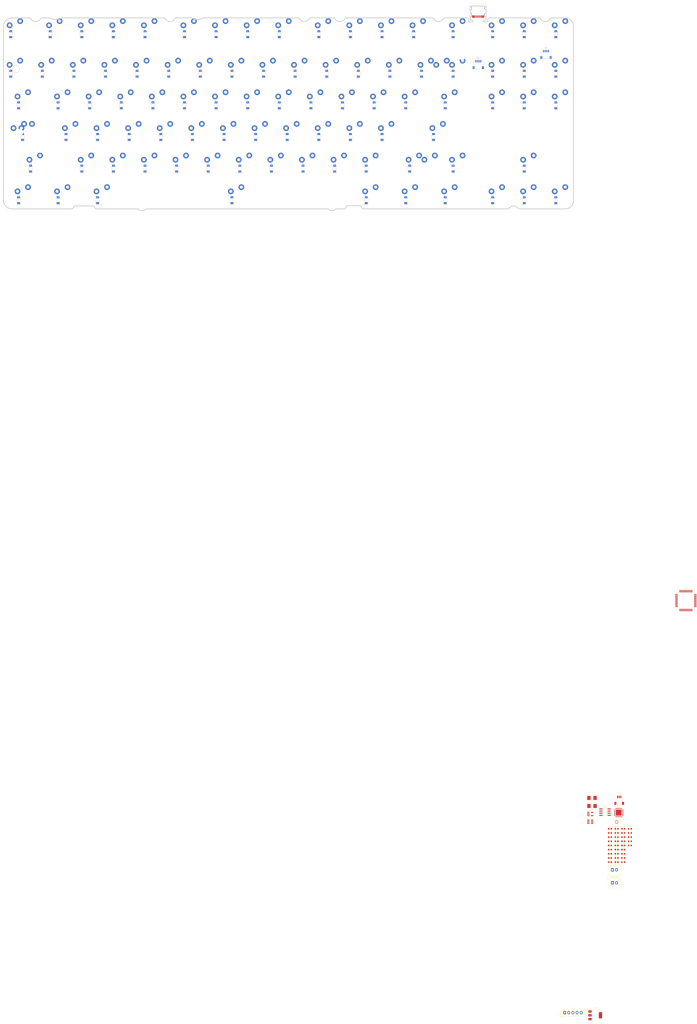
<source format=kicad_pcb>
(kicad_pcb (version 20240706) (generator "pcbnew") (generator_version "8.99")
  (layers (0 "F.Cu" signal) (31 "B.Cu" signal) (34 "B.Paste" user) (35 "F.Paste" user) (36 "B.SilkS" user "B.Silkscreen") (37 "F.SilkS" user "F.Silkscreen") (38 "B.Mask" user) (39 "F.Mask" user) (44 "Edge.Cuts" user))
  (net 0 "")
  (net 1 "+3.3V")
  (net 2 "GND")
  (net 3 "Net-(U2-PH0)")
  (net 4 "Net-(U2-PH1)")
  (net 5 "Net-(U2-VCAP_1)")
  (net 6 "Net-(U2-VCAP_2)")
  (net 7 "Net-(U7-XO)")
  (net 8 "Net-(U7-XI)")
  (net 9 "+5V")
  (net 10 "Net-(C23-Pad1)")
  (net 11 "Net-(U7-VDDA1.8)")
  (net 12 "Net-(D1-A)")
  (net 13 "R1")
  (net 14 "Net-(D2-A)")
  (net 15 "Net-(D3-A)")
  (net 16 "Net-(D4-A)")
  (net 17 "Net-(D5-A)")
  (net 18 "Net-(D6-A)")
  (net 19 "Net-(D7-A)")
  (net 20 "Net-(D8-A)")
  (net 21 "Net-(D9-A)")
  (net 22 "Net-(D10-A)")
  (net 23 "Net-(D11-A)")
  (net 24 "Net-(D12-A)")
  (net 25 "Net-(D13-A)")
  (net 26 "Net-(D14-A)")
  (net 27 "Net-(D15-A)")
  (net 28 "Net-(D16-A)")
  (net 29 "Net-(D17-A)")
  (net 30 "Net-(D18-A)")
  (net 31 "R0")
  (net 32 "Net-(D19-A)")
  (net 33 "Net-(D20-A)")
  (net 34 "Net-(D21-A)")
  (net 35 "Net-(D22-A)")
  (net 36 "Net-(D23-A)")
  (net 37 "R2")
  (net 38 "Net-(D24-A)")
  (net 39 "Net-(D25-A)")
  (net 40 "Net-(D26-A)")
  (net 41 "Net-(D27-A)")
  (net 42 "Net-(D28-A)")
  (net 43 "Net-(D29-A)")
  (net 44 "Net-(D30-A)")
  (net 45 "Net-(D31-A)")
  (net 46 "Net-(D32-A)")
  (net 47 "Net-(D33-A)")
  (net 48 "Net-(D34-A)")
  (net 49 "Net-(D35-A)")
  (net 50 "Net-(D36-A)")
  (net 51 "Net-(D37-A)")
  (net 52 "Net-(D38-A)")
  (net 53 "Net-(D39-A)")
  (net 54 "Net-(D40-A)")
  (net 55 "Net-(D41-A)")
  (net 56 "Net-(D42-A)")
  (net 57 "Net-(D43-A)")
  (net 58 "Net-(D44-A)")
  (net 59 "Net-(D45-A)")
  (net 60 "Net-(D46-A)")
  (net 61 "Net-(D47-A)")
  (net 62 "Net-(D48-A)")
  (net 63 "Net-(D49-A)")
  (net 64 "Net-(D50-A)")
  (net 65 "Net-(D51-A)")
  (net 66 "Net-(D52-A)")
  (net 67 "Net-(D53-A)")
  (net 68 "Net-(D54-A)")
  (net 69 "Net-(D55-A)")
  (net 70 "Net-(D56-A)")
  (net 71 "Net-(D57-A)")
  (net 72 "Net-(D58-A)")
  (net 73 "Net-(D59-A)")
  (net 74 "Net-(D60-A)")
  (net 75 "Net-(D61-A)")
  (net 76 "Net-(D62-A)")
  (net 77 "Net-(D63-A)")
  (net 78 "Net-(D64-A)")
  (net 79 "Net-(D65-A)")
  (net 80 "Net-(D66-A)")
  (net 81 "Net-(D67-A)")
  (net 82 "Net-(D68-A)")
  (net 83 "Net-(D69-A)")
  (net 84 "Net-(D70-A)")
  (net 85 "Net-(D71-A)")
  (net 86 "Net-(D72-A)")
  (net 87 "Net-(D73-A)")
  (net 88 "Net-(D74-A)")
  (net 89 "Net-(D75-A)")
  (net 90 "Net-(D76-A)")
  (net 91 "Net-(D77-A)")
  (net 92 "Net-(D78-A)")
  (net 93 "Net-(D79-A)")
  (net 94 "Net-(D80-A)")
  (net 95 "Net-(D81-A)")
  (net 96 "Net-(D82-A)")
  (net 97 "Net-(D86-A)")
  (net 98 "Net-(D90-A)")
  (net 99 "Net-(D93-A)")
  (net 100 "Net-(D94-A)")
  (net 101 "Net-(D95-A)")
  (net 102 "Net-(D96-A)")
  (net 103 "Net-(D97-A)")
  (net 104 "SWC")
  (net 105 "RST")
  (net 106 "SWD")
  (net 107 "RGB")
  (net 108 "Net-(J4-Pin_3)")
  (net 109 "Net-(J4-Pin_2)")
  (net 110 "Net-(U2-BOOT0)")
  (net 111 "165_CS")
  (net 112 "Net-(J3-CC1)")
  (net 113 "USB_MUX")
  (net 114 "Net-(U7-VBUS)")
  (net 115 "Net-(U7-RBIAS)")
  (net 116 "C0")
  (net 117 "C1")
  (net 118 "C2")
  (net 119 "C3")
  (net 120 "C4")
  (net 121 "C5")
  (net 122 "C6")
  (net 123 "C7")
  (net 124 "C8")
  (net 125 "C9")
  (net 126 "C10")
  (net 127 "C11")
  (net 128 "C12")
  (net 129 "C13")
  (net 130 "C14")
  (net 131 "C15")
  (net 132 "C16")
  (net 133 "C17")
  (net 134 "MISO")
  (net 135 "SR_DOUT")
  (net 143 "DIR")
  (net 144 "MOSI")
  (net 145 "Data4")
  (net 147 "SCK")
  (net 149 "STP")
  (net 151 "Data1")
  (net 154 "Data2")
  (net 156 "Data5")
  (net 158 "NXT")
  (net 160 "Data0")
  (net 165 "Net-(Dled1-A)")
  (net 166 "Data6")
  (net 169 "CLK")
  (net 171 "D+_FS")
  (net 173 "Data7")
  (net 175 "Data3")
  (net 178 "EEPROM")
  (net 180 "D-_FS")
  (net 181 "Net-(U6-D+)")
  (net 182 "Net-(U6-D-)")
  (net 183 "Net-(U6-1D-)")
  (net 184 "Net-(U6-1D+)")
  (footprint "MX_Only:MXOnly-1U_N" (layer "F.Cu") (at 533.95577 -468.763298)
    (property "Reference" "SW35" (hide yes))
    (property "Value" "SW_Push" (hide yes))
  )
  (footprint "Capacitor_SMD:C_0603_1608Metric" (layer "F.Cu") (at 590.52 25.145)
    (property "Reference" "C24")
    (property "Value" "1uF")
  )
  (footprint "Capacitor_SMD:C_0603_1608Metric" (layer "F.Cu") (at 586.51 15.105)
    (property "Reference" "C11")
    (property "Value" "1uF")
  )
  (footprint "MX_Only:MXOnly-1U_N" (layer "F.Cu") (at 443.46827 -425.900798)
    (property "Reference" "SW47" (hide yes))
    (property "Value" "SW_Push" (hide yes))
  )
  (footprint "MX_Only:MXOnly-1U_N" (layer "F.Cu") (at 343.45577 -387.800798)
    (property "Reference" "SW71" (hide yes))
    (property "Value" "SW_Push" (hide yes))
  )
  (footprint "Crystal:Crystal_SMD_5032-2Pin_5.0x3.2mm" (layer "F.Cu") (at 571.66 -1.135)
    (property "Reference" "Y2")
    (property "Value" "24mhz")
  )
  (footprint "MX_Only:MXOnly-1U_N" (layer "F.Cu") (at 391.08077 -406.850798)
    (property "Reference" "SW61" (hide yes))
    (property "Value" "SW_Push" (hide yes))
  )
  (footprint "MX_Only:MXOnly-1U_N" (layer "F.Cu") (at 262.49327 -444.950798)
    (property "Reference" "SW3" (hide yes))
    (property "Value" "SW_Push" (hide yes))
  )
  (footprint "Capacitor_SMD:C_0603_1608Metric" (layer "F.Cu") (at 582.5 25.145)
    (property "Reference" "C6")
    (property "Value" "0.1uF")
  )
  (footprint "MX_Only:MXOnly-1U_N" (layer "F.Cu") (at 452.99327 -444.950798)
    (property "Reference" "SW13" (hide yes))
    (property "Value" "SW_Push" (hide yes))
  )
  (footprint "Capacitor_SMD:C_0603_1608Metric" (layer "F.Cu") (at 586.51 17.615)
    (property "Reference" "C12")
    (property "Value" "0.1uF")
  )
  (footprint "MX_Only:MXOnly-1U_N" (layer "F.Cu") (at 514.90577 -368.750798)
    (property "Reference" "SW95" (hide yes))
    (property "Value" "SW_Push" (hide yes))
  )
  (footprint "MX_Only:MXOnly-2.25U_N" (layer "F.Cu") (at 236.37387 -387.800798)
    (property "Reference" "SW65" (hide yes))
    (property "Value" "SW_Push" (hide yes))
  )
  (footprint "MX_Only:MXOnly-2.75U_N" (layer "F.Cu") (at 474.42477 -387.800798)
    (property "Reference" "SW1000" (hide yes))
    (property "Value" "SW_Push" (hide yes))
  )
  (footprint "MX_Only:MXOnly-1U_N" (layer "F.Cu") (at 553.00577 -444.950798)
    (property "Reference" "SW18" (hide yes))
    (property "Value" "SW_Push" (hide yes))
  )
  (footprint "MX_Only:MXOnly-1U_N" (layer "F.Cu") (at 491.09327 -387.800798)
    (property "Reference" "SW80" (hide yes))
    (property "Value" "SW_Push" (hide yes))
  )
  (footprint "MX_Only:MXOnly-1U_N" (layer "F.Cu") (at 362.50577 -387.800798)
    (property "Reference" "SW72" (hide yes))
    (property "Value" "SW_Push" (hide yes))
  )
  (footprint "MX_Only:MXOnly-2U_N" (layer "F.Cu") (at 481.56827 -444.950798)
    (property "Reference" "SW1001" (hide yes))
    (property "Value" "SW_Push" (hide yes))
  )
  (footprint "MX_Only:MXOnly-1U_N" (layer "F.Cu") (at 281.54327 -444.950798)
    (property "Reference" "SW4" (hide yes))
    (property "Value" "SW_Push" (hide yes))
  )
  (footprint "MX_Only:MXOnly-1U_N" (layer "F.Cu") (at 410.13077 -468.763298)
    (property "Reference" "SW29" (hide yes))
    (property "Value" "SW_Push" (hide yes))
  )
  (footprint "Capacitor_SMD:C_0603_1608Metric" (layer "F.Cu") (at 586.51 20.125)
    (property "Reference" "C13")
    (property "Value" "1uF")
  )
  (footprint "MX_Only:MXOnly-1.5U_N" (layer "F.Cu") (at 229.15627 -368.750798)
    (property "Reference" "SW77" (hide yes))
    (property "Value" "SW_Push" (hide yes))
  )
  (footprint "MX_Only:MXOnly-1U_N" (layer "F.Cu") (at 438.70577 -387.800798)
    (property "Reference" "SW76" (hide yes))
    (property "Value" "SW_Push" (hide yes))
  )
  (footprint "E73:UQFN-10" (layer "F.Cu") (at 586.52 8.485)
    (property "Reference" "U6")
    (property "Value" "TS3USB221RSER")
  )
  (footprint "MX_Only:MXOnly-1U_N" (layer "F.Cu") (at 267.25577 -387.800798)
    (property "Reference" "SW66" (hide yes))
    (property "Value" "SW_Push" (hide yes))
  )
  (footprint "Capacitor_SMD:C_0603_1608Metric" (layer "F.Cu") (at 586.51 12.595)
    (property "Reference" "C10")
    (property "Value" "0.1uF")
  )
  (footprint "MX_Only:MXOnly-1U_N" (layer "F.Cu") (at 424.41827 -425.900798)
    (property "Reference" "SW46" (hide yes))
    (property "Value" "SW_Push" (hide yes))
  )
  (footprint "MX_Only:MXOnly-1.5U_N" (layer "F.Cu") (at 486.33127 -425.900798)
    (property "Reference" "SW50" (hide yes))
    (property "Value" "SW_Push" (hide yes))
  )
  (footprint "Resistor_SMD:R_0603_1608Metric" (layer "F.Cu") (at 590.52 30.165)
    (property "Reference" "R1")
    (property "Value" "10k")
  )
  (footprint "Capacitor_SMD:C_0603_1608Metric" (layer "F.Cu") (at 590.52 15.105)
    (property "Reference" "C20")
    (property "Value" "9pf")
  )
  (footprint "Package_SO:SOIC-8_3.9x4.9mm_P1.27mm" (layer "F.Cu") (at 579.51 2.555)
    (property "Reference" "U3")
    (property "Value" "MB85RS16")
  )
  (footprint "MX_Only:MXOnly-1U_N" (layer "F.Cu") (at 491.09327 -468.763298)
    (property "Reference" "SW33" (hide yes))
    (property "Value" "SW_Push" (hide yes))
  )
  (footprint "MX_Only:MXOnly-1U_N" (layer "F.Cu") (at 367.26827 -468.763298)
    (property "Reference" "SW27" (hide yes))
    (property "Value" "SW_Push" (hide yes))
  )
  (footprint "MX_Only:MXOnly-1U_N" (layer "F.Cu") (at 514.90577 -425.900798)
    (property "Reference" "SW51" (hide yes))
    (property "Value" "SW_Push" (hide yes))
  )
  (footprint "Resistor_SMD:R_0603_1608Metric" (layer "F.Cu") (at 594.53 22.635)
    (property "Reference" "R12")
    (property "Value" "1k")
  )
  (footprint "MX_Only:MXOnly-7U-ReversedStabilizers_N" (layer "F.Cu") (at 357.74327 -368.750798)
    (property "Reference" "SW86" (hide yes))
    (property "Value" "SW_Push" (hide yes))
  )
  (footprint "Capacitor_SMD:C_0603_1608Metric" (layer "F.Cu") (at 590.52 22.635)
    (property "Reference" "C23")
    (property "Value" "1uF")
  )
  (footprint "MX_Only:MXOnly-1.25U_N" (layer "F.Cu") (at 226.77427 -406.850798)
    (property "Reference" "SW1002" (hide yes))
    (property "Value" "SW_Push" (hide yes))
  )
  (footprint "MX_Only:MXOnly-1U_N" (layer "F.Cu") (at 357.74327 -444.950798)
    (property "Reference" "SW8" (hide yes))
    (property "Value" "SW_Push" (hide yes))
  )
  (footprint "Package_DFN_QFN:QFN-32-1EP_5x5mm_P0.5mm_EP3.45x3.45mm" (layer "F.Cu") (at 587.79 2.855)
    (property "Reference" "U7")
    (property "Value" "USB3300-EZK")
  )
  (footprint "MX_Only:MXOnly-1U_N" (layer "F.Cu") (at 305.35577 -387.800798)
    (property "Reference" "SW69" (hide yes))
    (property "Value" "SW_Push" (hide yes))
  )
  (footprint "MX_Only:MXOnly-1U_N" (layer "F.Cu") (at 348.21827 -468.763298)
    (property "Reference" "SW26" (hide yes))
    (property "Value" "SW_Push" (hide yes))
  )
  (footprint "Capacitor_SMD:C_0603_1608Metric" (layer "F.Cu") (at 586.51 30.165)
    (property "Reference" "C17")
    (property "Value" "2.2uF")
  )
  (footprint "MX_Only:MXOnly-1U_N" (layer "F.Cu") (at 310.11827 -425.900798)
    (property "Reference" "SW40" (hide yes))
    (property "Value" "SW_Push" (hide yes))
  )
  (footprint "MX_Only:MXOnly-1.75U_N" (layer "F.Cu") (at 464.89977 -387.800798)
    (property "Reference" "SW79" (hide yes))
    (property "Value" "SW_Push" (hide yes))
  )
  (footprint "Package_QFP:LQFP-64_10x10mm_P0.5mm" (layer "F.Cu") (at 628.26 -124.83)
    (property "Reference" "U2")
    (property "Value" "STM32F405RGTx")
  )
  (footprint "Capacitor_SMD:C_0603_1608Metric" (layer "F.Cu") (at 582.5 27.655)
    (property "Reference" "C7")
    (property "Value" "1uF")
  )
  (footprint "Connector_JST:JST_XH_B2B-XH-A_1x02_P2.50mm_Vertical" (layer "F.Cu") (at 583.97 37.305)
    (property "Reference" "SWboot1")
    (property "Value" "SW_Push")
  )
  (footprint "Package_TO_SOT_SMD:SOT-223-3_TabPin2" (layer "F.Cu") (at 573.61 124.91)
    (property "Reference" "U4")
    (property "Value" "AMS1117")
  )
  (footprint "MX_Only:MXOnly-1U_N" (layer "F.Cu") (at 272.01827 -425.900798)
    (property "Reference" "SW38" (hide yes))
    (property "Value" "SW_Push" (hide yes))
  )
  (footprint "MX_Only:MXOnly-1U_N" (layer "F.Cu") (at 329.16827 -425.900798)
    (property "Reference" "SW41" (hide yes))
    (property "Value" "SW_Push" (hide yes))
  )
  (footprint "MX_Only:MXOnly-1U_N" (layer "F.Cu") (at 533.95577 -387.800798)
    (property "Reference" "SW82" (hide yes))
    (property "Value" "SW_Push" (hide yes))
  )
  (footprint "MX_Only:MXOnly-1U_N" (layer "F.Cu") (at 514.90577 -444.950798)
    (property "Reference" "SW16" (hide yes))
    (property "Value" "SW_Push" (hide yes))
  )
  (footprint "MX_Only:MXOnly-1U_N" (layer "F.Cu") (at 276.78077 -406.850798)
    (property "Reference" "SW55" (hide yes))
    (property "Value" "SW_Push" (hide yes))
  )
  (footprint "MX_Only:MXOnly-1U_N" (layer "F.Cu") (at 405.36827 -425.900798)
    (property "Reference" "SW45" (hide yes))
    (property "Value" "SW_Push" (hide yes))
  )
  (footprint "MX_Only:MXOnly-1U_N" (layer "F.Cu") (at 448.23077 -468.763298)
    (property "Reference" "SW31" (hide yes))
    (property "Value" "SW_Push" (hide yes))
  )
  (footprint "MX_Only:MXOnly-1U_N" (layer "F.Cu") (at 291.06827 -425.900798)
    (property "Reference" "SW39" (hide yes))
    (property "Value" "SW_Push" (hide yes))
  )
  (footprint "MX_Only:MXOnly-1U_N" (layer "F.Cu") (at 429.18077 -406.850798)
    (property "Reference" "SW63" (hide yes))
    (property "Value" "SW_Push" (hide yes))
  )
  (footprint "MX_Only:MXOnly-1U_N" (layer "F.Cu") (at 386.31827 -468.763298)
    (property "Reference" "SW28" (hide yes))
    (property "Value" "SW_Push" (hide yes))
  )
  (footprint "MX_Only:MXOnly-1U_N" (layer "F.Cu") (at 224.39327 -444.950798)
    (property "Reference" "SW1" (hide yes))
    (property "Value" "SW_Push" (hide yes))
  )
  (footprint "MX_Only:MXOnly-1U_N" (layer "F.Cu") (at 252.96827 -425.900798)
    (property "Reference" "SW37" (hide yes))
    (property "Value" "SW_Push" (hide yes))
  )
  (footprint "MX_Only:MXOnly-1U_N" (layer "F.Cu") (at 286.30577 -387.800798)
    (property "Reference" "SW68" (hide yes))
    (property "Value" "SW_Push" (hide yes))
  )
  (footprint "MX_Only:MXOnly-1.5U_N" (layer "F.Cu") (at 229.15627 -425.900798)
    (property "Reference" "SW24" (hide yes))
    (property "Value" "SW_Push" (hide yes))
  )
  (footprint "MX_Only:MXOnly-1U_N" (layer "F.Cu") (at 376.79327 -444.950798)
    (property "Reference" "SW9" (hide yes))
    (property "Value" "SW_Push" (hide yes))
  )
  (footprint "MX_Only:MXOnly-1.75U_N" (layer "F.Cu") (at 231.53727 -406.850798)
    (property "Reference" "SW49" (hide yes))
    (property "Value" "SW_Push" (hide yes))
  )
  (footprint "MX_Only:MXOnly-1U_N" (layer "F.Cu") (at 400.60577 -387.800798)
    (property "Reference" "SW74" (hide yes))
    (property "Value" "SW_Push" (hide yes))
  )
  (footprint "MX_Only:MXOnly-1U_N" (layer "F.Cu") (at 448.23077 -406.850798)
    (property "Reference" "SW64" (hide yes))
    (property "Value" "SW_Push" (hide yes))
  )
  (footprint "MX_Only:MXOnly-1U_N" (layer "F.Cu") (at 305.35577 -468.763298)
    (property "Reference" "SW23" (hide yes))
    (property "Value" "SW_Push" (hide yes))
  )
  (footprint "MX_Only:MXOnly-1U_N" (layer "F.Cu") (at 395.84327 -444.950798)
    (property "Reference" "SW10" (hide yes))
    (property "Value" "SW_Push" (hide yes))
  )
  (footprint "Capacitor_SMD:C_0603_1608Metric" (layer "F.Cu") (at 582.5 15.105)
    (property "Reference" "C2")
    (property "Value" "0.1uF")
  )
  (footprint "Capacitor_SMD:C_0603_1608Metric" (layer "F.Cu") (at 582.5 17.615)
    (property "Reference" "C3")
    (property "Value" "0.1uF")
  )
  (footprint "MX_Only:MXOnly-1U_N" (layer "F.Cu") (at 533.95577 -444.950798)
    (property "Reference" "SW17" (hide yes))
    (property "Value" "SW_Push" (hide yes))
  )
  (footprint "MX_Only:MXOnly-1U_N" (layer "F.Cu") (at 553.00577 -368.750798)
    (property "Reference" "SW97" (hide yes))
    (property "Value" "SW_Push" (hide yes))
  )
  (footprint "MX_Only:MXOnly-1U_N" (layer "F.Cu") (at 462.51827 -425.900798)
    (property "Reference" "SW48" (hide yes))
    (property "Value" "SW_Push" (hide yes))
  )
  (footprint "MX_Only:MXOnly-1U_N" (layer "F.Cu") (at 348.21827 -425.900798)
    (property "Reference" "SW42" (hide yes))
    (property "Value" "SW_Push" (hide yes))
  )
  (footprint "Resistor_SMD:R_0603_1608Metric" (layer "F.Cu") (at 594.53 15.105)
    (property "Reference" "R9")
    (property "Value" "10k")
  )
  (footprint "Capacitor_SMD:C_0603_1608Metric" (layer "F.Cu") (at 582.5 12.595)
    (property "Reference" "C1")
    (property "Value" "0.1uF")
  )
  (footprint "MX_Only:MXOnly-1U_N" (layer "F.Cu") (at 433.94327 -444.950798)
    (property "Reference" "SW12" (hide yes))
    (property "Value" "SW_Push" (hide yes))
  )
  (footprint "MX_Only:MXOnly-1U_N" (layer "F.Cu") (at 324.40577 -387.800798)
    (property "Reference" "SW70" (hide yes))
    (property "Value" "SW_Push" (hide yes))
  )
  (footprint "MX_Only:MXOnly-1U_N" (layer "F.Cu") (at 314.88077 -406.850798)
    (property "Reference" "SW57" (hide yes))
    (property "Value" "SW_Push" (hide yes))
  )
  (footprint "Resistor_SMD:R_0603_1608Metric" (layer "F.Cu") (at 594.53 17.615)
    (property "Reference" "R10")
    (property "Value" "1k")
  )
  (footprint "MX_Only:MXOnly-1U_N" (layer "F.Cu") (at 267.25577 -468.763298)
    (property "Reference" "SW21" (hide yes))
    (property "Value" "SW_Push" (hide yes))
  )
  (footprint "MX_Only:MXOnly-1U_N" (layer "F.Cu") (at 533.95577 -368.750798)
    (property "Reference" "SW96" (hide yes))
    (property "Value" "SW_Push" (hide yes))
  )
  (footprint "MX_Only:MXOnly-1U_N" (layer "F.Cu") (at 248.20577 -468.763298)
    (property "Reference" "SW20" (hide yes))
    (property "Value" "SW_Push" (hide yes))
  )
  (footprint "MX_Only:MXOnly-1U_N" (layer "F.Cu") (at 329.16827 -468.763298)
    (property "Reference" "SW25" (hide yes))
    (property "Value" "SW_Push" (hide yes))
  )
  (footprint "MX_Only:MXOnly-1U_N" (layer "F.Cu") (at 467.28077 -468.763298)
    (property "Reference" "SW32" (hide yes))
    (property "Value" "SW_Push" (hide yes))
  )
  (footprint "Package_TO_SOT_SMD:SOT-23-6" (layer "F.Cu") (at 570.61 8.315)
    (property "Reference" "U5")
    (property "Value" "USBLC6-2SC6")
  )
  (footprint "Crystal:Crystal_SMD_5032-2Pin_5.0x3.2mm" (layer "F.Cu") (at 571.66 -5.985)
    (property "Reference" "Y1")
    (property "Value" "12mhz")
  )
  (footprint "MX_Only:MXOnly-2.25U_N" (layer "F.Cu") (at 479.26137 -406.850798)
    (property "Reference" "SW67" (hide yes))
    (property "Value" "SW_Push" (hide yes))
  )
  (footprint "Capacitor_SMD:C_0603_1608Metric" (layer "F.Cu") (at 590.52 20.125)
    (property "Reference" "C22")
    (property "Value" "1uF")
  )
  (footprint "MX_Only:MXOnly-1U_N" (layer "F.Cu") (at 224.39327 -468.763298)
    (property "Reference" "SW19" (hide yes))
    (property "Value" "SW_Push" (hide yes))
  )
  (footprint "Connector_USB:USB_C_Receptacle_HRO_TYPE-C-31-M-12" (layer "F.Cu") (at 503 -480.6 180)
    (property "Reference" "J3" (hide yes))
    (property "Value" "USB_C_Receptacle_USB2.0_14P")
  )
  (footprint "Capacitor_SMD:C_0603_1608Metric" (layer "F.Cu") (at 590.52 27.655)
    (property "Reference" "C25")
    (property "Value" "1uF")
  )
  (footprint "MX_Only:MXOnly-1U_N" (layer "F.Cu") (at 381.55577 -387.800798)
    (property "Reference" "SW73" (hide yes))
    (property "Value" "SW_Push" (hide yes))
  )
  (footprint "MX_Only:MXOnly-1U_N" (layer "F.Cu") (at 410.13077 -406.850798)
    (property "Reference" "SW62" (hide yes))
    (property "Value" "SW_Push" (hide yes))
  )
  (footprint "MX_Only:MXOnly-1U_N" (layer "F.Cu") (at 419.65577 -387.800798)
    (property "Reference" "SW75" (hide yes))
    (property "Value" "SW_Push" (hide yes))
  )
  (footprint "MX_Only:MXOnly-1U_N" (layer "F.Cu") (at 352.98077 -406.850798)
    (property "Reference" "SW59" (hide yes))
    (property "Value" "SW_Push" (hide yes))
  )
  (footprint "MX_Only:MXOnly-1U_N" (layer "F.Cu") (at 533.95577 -425.900798)
    (property "Reference" "SW52" (hide yes))
    (property "Value" "SW_Push" (hide yes))
  )
  (footprint "MX_Only:MXOnly-1U_N" (layer "F.Cu") (at 295.83077 -406.850798)
    (property "Reference" "SW56" (hide yes))
    (property "Value" "SW_Push" (hide yes))
  )
  (footprint "MX_Only:MXOnly-1.5U_N" (layer "F.Cu") (at 276.78127 -368.750798)
    (property "Reference" "SW81" (hide yes))
    (property "Value" "SW_Push" (hide yes))
  )
  (footprint "Capacitor_SMD:C_0603_1608Metric" (layer "F.Cu") (at 586.51 27.655)
    (property "Reference" "C16")
    (property "Value" "2.2uF")
  )
  (footprint "Capacitor_SMD:C_0603_1608Metric" (layer "F.Cu") (at 586.51 25.145)
    (property "Reference" "C15")
    (property "Value" "9pf")
  )
  (footprint "MX_Only:MXOnly-1U_N" (layer "F.Cu") (at 386.31827 -425.900798)
    (property "Reference" "SW44" (hide yes))
    (property "Value" "SW_Push" (hide yes))
  )
  (footprint "MX_Only:MXOnly-1U_N" (layer "F.Cu") (at 414.89327 -444.950798)
    (property "Reference" "SW11" (hide yes))
    (property "Value" "SW_Push" (hide yes))
  )
  (footprint "Connector_JST:JST_XH_B2B-XH-A_1x02_P2.50mm_Vertical" (layer "F.Cu") (at 583.97 45.105)
    (property "Reference" "SWboot2")
    (property "Value" "SW_Push")
  )
  (footprint "MX_Only:MXOnly-1U_N" (layer "F.Cu") (at 333.93077 -406.850798)
    (property "Reference" "SW58" (hide yes))
    (property "Value" "SW_Push" (hide yes))
  )
  (footprint "MX_Only:MXOnly-1U_N" (layer "F.Cu") (at 286.30577 -468.763298)
    (property "Reference" "SW22" (hide yes))
    (property "Value" "SW_Push" (hide yes))
  )
  (footprint "Resistor_SMD:R_0603_1608Metric" (layer "F.Cu") (at 590.52 32.675)
    (property "Reference" "R2")
    (property "Value" "10k")
  )
  (footprint "MX_Only:MXOnly-1U_N" (layer "F.Cu") (at 338.69327 -444.950798)
    (property "Reference" "SW7" (hide yes))
    (property "Value" "SW_Push" (hide yes))
  )
  (footprint "Capacitor_SMD:C_0603_1608Metric" (layer "F.Cu") (at 590.52 17.615)
    (property "Reference" "C21")
    (property "Value" "9pf")
  )
  (footprint "MX_Only:MXOnly-1U_N" (layer "F.Cu") (at 553.00577 -468.763298)
    (property "Reference" "SW36" (hide yes))
    (property "Value" "SW_Push" (hide yes))
  )
  (footprint "MX_Only:MXOnly-1U_N" (layer "F.Cu") (at 243.44327 -444.950798)
    (property "Reference" "SW2" (hide yes))
    (property "Value" "SW_Push" (hide yes))
  )
  (footprint "Connector_JST:JST_EH_B5B-EH-A_1x05_P2.50mm_Vertical" (layer "F.Cu") (at 555.16 123.335)
    (property "Reference" "J1")
    (property "Value" "Conn_01x05_Pin")
  )
  (footprint "MX_Only:MXOnly-1U_N" (layer "F.Cu") (at 300.59327 -444.950798)
    (property "Reference" "SW5" (hide yes))
    (property "Value" "SW_Push" (hide yes))
  )
  (footprint "MX_Only:MXOnly-1.5U_N" (layer "F.Cu") (at 486.33127 -368.750798)
    (property "Reference" "SW94" (hide yes))
    (property "Value" "SW_Push" (hide yes))
  )
  (footprint "MX_Only:MXOnly-1U_N" (layer "F.Cu") (at 491.09327 -444.950798)
    (property "Reference" "SW15" (hide yes))
    (property "Value" "SW_Push" (hide yes))
  )
  (footprint "Capacitor_SMD:C_0603_1608Metric" (layer "F.Cu") (at 582.5 22.635)
    (property "Reference" "C5")
    (property "Value" "0.1uF")
  )
  (footprint "MX_Only:MXOnly-1U_N" (layer "F.Cu") (at 367.26827 -425.900798)
    (property "Reference" "SW43" (hide yes))
    (property "Value" "SW_Push" (hide yes))
  )
  (footprint "MX_Only:MXOnly-1U_N" (layer "F.Cu") (at 553.00577 -425.900798)
    (property "Reference" "SW53" (hide yes))
    (property "Value" "SW_Push" (hide yes))
  )
  (footprint "Capacitor_SMD:C_0603_1608Metric" (layer "F.Cu") (at 582.5 32.675)
    (property "Reference" "C9")
    (property "Value" "1uF")
  )
  (footprint "MX_Only:MXOnly-1U_N" (layer "F.Cu") (at 429.18077 -468.763298)
    (property "Reference" "SW30" (hide yes))
    (property "Value" "SW_Push" (hide yes))
  )
  (footprint "MX_Only:MXOnly-1U_N" (layer "F.Cu") (at 472.04327 -444.950798)
    (property "Reference" "SW14" (hide yes))
    (property "Value" "SW_Push" (hide yes))
  )
  (footprint "Package_TO_SOT_SMD:SOT-23-5" (layer "F.Cu") (at 570.61 3.69)
    (property "Reference" "U1")
    (property "Value" "SN74LVC1G125DBV")
  )
  (footprint "Resistor_SMD:R_0603_1608Metric" (layer "F.Cu") (at 594.53 12.595)
    (property "Reference" "R8")
    (property "Value" "10k")
  )
  (footprint "Capacitor_SMD:C_0603_1608Metric" (layer "F.Cu") (at 590.52 12.595)
    (property "Reference" "C19")
    (property "Value" "1uF")
  )
  (footprint "Capacitor_SMD:C_0603_1608Metric" (layer "F.Cu") (at 586.51 32.675)
    (property "Reference" "C18")
    (property "Value" "1uF")
  )
  (footprint "Capacitor_SMD:C_0603_1608Metric" (layer "F.Cu") (at 586.51 22.635)
    (property "Reference" "C14")
    (property "Value" "9pf")
  )
  (footprint "Connector_JST:JST_SH_SM03B-SRSS-TB_1x03-1MP_P1.00mm_Horizontal" (layer "F.Cu") (at 588.06 -4.605)
    (property "Reference" "J2")
    (property "Value" "Conn_01x03_Socket")
  )
  (footprint "MX_Only:MXOnly-1U_N" (layer "F.Cu") (at 252.96827 -368.750798)
    (property "Reference" "SW78" (hide yes))
    (property "Value" "SW_Push" (hide yes))
  )
  (footprint "MX_Only:MXOnly-1U_N" (layer "F.Cu") (at 514.90577 -468.763298)
    (property "Reference" "SW34" (hide yes))
    (property "Value" "SW_Push" (hide yes))
  )
  (footprint "MX_Only:MXOnly-1.5U_N" (layer "F.Cu") (at 438.70627 -368.750798)
    (property "Reference" "SW90" (hide yes))
    (property "Value" "SW_Push" (hide yes))
  )
  (footprint "MX_Only:MXOnly-1U_N" (layer "F.Cu") (at 462.51827 -368.750798)
    (property "Reference" "SW93" (hide yes))
    (property "Value" "SW_Push" (hide yes))
  )
  (footprint "Capacitor_SMD:C_0603_1608Metric" (layer "F.Cu") (at 582.5 30.165)
    (property "Reference" "C8")
    (property "Value" "0.1uF")
  )
  (footprint "MX_Only:MXOnly-1U_N" (layer "F.Cu") (at 372.03077 -406.850798)
    (property "Reference" "SW60" (hide yes))
    (property "Value" "SW_Push" (hide yes))
  )
  (footprint "Resistor_SMD:R_0603_1608Metric" (layer "F.Cu") (at 594.53 20.125)
    (property "Reference" "R11")
    (property "Value" "1k")
  )
  (footprint "MX_Only:MXOnly-1U_N" (layer "F.Cu") (at 257.73077 -406.850798)
    (property "Reference" "SW54" (hide yes))
    (property "Value" "SW_Push" (hide yes))
  )
  (footprint "Capacitor_SMD:C_0603_1608Metric" (layer "F.Cu") (at 582.5 20.125)
    (property "Reference" "C4")
    (property "Value" "0.1uF")
  )
  (footprint "MX_Only:MXOnly-1U_N" (layer "F.Cu") (at 319.64327 -444.950798)
    (property "Reference" "SW6" (hide yes))
    (property "Value" "SW_Push" (hide yes))
  )
  (footprint "Diode_SMD:D_MiniMELF" (layer "B.Cu") (at 273.63877 -365.980798 90)
    (property "Reference" "D81" (hide yes))
    (property "Value" "D_Small")
  )
  (footprint "Diode_SMD:D_MiniMELF" (layer "B.Cu") (at 487.95077 -465.993298 90)
    (property "Reference" "D33" (hide yes))
    (property "Value" "D_Small")
  )
  (footprint "Diode_SMD:D_MiniMELF" (layer "B.Cu") (at 221.25077 -442.180798 90)
    (property "Reference" "D1" (hide yes))
    (property "Value" "D_Small")
  )
  (footprint "Diode_SMD:D_MiniMELF" (layer "B.Cu") (at 264.11327 -385.030798 90)
    (property "Reference" "D66" (hide yes))
    (property "Value" "D_Small")
  )
  (footprint "Diode_SMD:D_MiniMELF" (layer "B.Cu") (at 430.80077 -442.180798 90)
    (property "Reference" "D12" (hide yes))
    (property "Value" "D_Small")
  )
  (footprint "Diode_SMD:D_MiniMELF" (layer "B.Cu") (at 349.83827 -404.080798 90)
    (property "Reference" "D59" (hide yes))
    (property "Value" "D_Small")
  )
  (footprint "Connector_JST:JST_SH_SM04B-SRSS-TB_1x04-1MP_P1.00mm_Horizontal" (layer "B.Cu") (at 503.09223 -447.673275 180)
    (property "Reference" "J5")
    (property "Value" "Conn_01x04_Pin")
  )
  (footprint "Diode_SMD:D_MiniMELF" (layer "B.Cu") (at 283.16327 -465.993298 90)
    (property "Reference" "D22" (hide yes))
    (property "Value" "D_Small")
  )
  (footprint "Diode_SMD:D_MiniMELF" (layer "B.Cu") (at 326.02577 -465.993298 90)
    (property "Reference" "D25" (hide yes))
    (property "Value" "D_Small")
  )
  (footprint "Diode_SMD:D_MiniMELF" (layer "B.Cu") (at 459.37577 -423.130798 90)
    (property "Reference" "D48" (hide yes))
    (property "Value" "D_Small")
  )
  (footprint "Diode_SMD:D_MiniMELF" (layer "B.Cu") (at 487.95077 -385.030798 90)
    (property "Reference" "D80" (hide yes))
    (property "Value" "D_Small")
  )
  (footprint "Diode_SMD:D_MiniMELF" (layer "B.Cu") (at 364.12577 -423.130798 90)
    (property "Reference" "D43" (hide yes))
    (property "Value" "D_Small")
  )
  (footprint "Diode_SMD:D_MiniMELF" (layer "B.Cu") (at 549.86327 -465.993298 90)
    (property "Reference" "D36" (hide yes))
    (property "Value" "D_Small")
  )
  (footprint "Diode_SMD:D_MiniMELF" (layer "B.Cu") (at 435.56327 -385.030798 90)
    (property "Reference" "D76" (hide yes))
    (property "Value" "D_Small")
  )
  (footprint "Diode_SMD:D_MiniMELF" (layer "B.Cu") (at 476.11887 -404.080798 90)
    (property "Reference" "D67" (hide yes))
    (property "Value" "D_Small")
  )
  (footprint "Diode_SMD:D_MiniMELF" (layer "B.Cu") (at 397.46327 -385.030798 90)
    (property "Reference" "D74" (hide yes))
    (property "Value" "D_Small")
  )
  (footprint "Diode_SMD:D_MiniMELF" (layer "B.Cu") (at 345.07577 -423.130798 90)
    (property "Reference" "D42" (hide yes))
    (property "Value" "D_Small")
  )
  (footprint "Diode_SMD:D_MiniMELF" (layer "B.Cu") (at 321.26327 -385.030798 90)
    (property "Reference" "D70" (hide yes))
    (property "Value" "D_Small")
  )
  (footprint "Diode_SMD:D_MiniMELF" (layer "B.Cu") (at 354.61077 -365.993298 90)
    (property "Reference" "D86" (hide yes))
    (property "Value" "D_Small")
  )
  (footprint "Diode_SMD:D_MiniMELF" (layer "B.Cu") (at 411.75077 -442.180798 90)
    (property "Reference" "D11" (hide yes))
    (property "Value" "D_Small")
  )
  (footprint "Diode_SMD:D_MiniMELF" (layer "B.Cu") (at 330.78827 -404.080798 90)
    (property "Reference" "D58" (hide yes))
    (property "Value" "D_Small")
  )
  (footprint "Diode_SMD:D_MiniMELF" (layer "B.Cu") (at 249.82577 -423.130798 90)
    (property "Reference" "D37" (hide yes))
    (property "Value" "D_Small")
  )
  (footprint "Diode_SMD:D_MiniMELF" (layer "B.Cu") (at 283.16327 -385.030798 90)
    (property "Reference" "D68" (hide yes))
    (property "Value" "D_Small")
  )
  (footprint "Diode_SMD:D_MiniMELF" (layer "B.Cu") (at 549.86327 -423.130798 90)
    (property "Reference" "D53" (hide yes))
    (property "Value" "D_Small")
  )
  (footprint "Diode_SMD:D_MiniMELF" (layer "B.Cu") (at 373.65077 -442.180798 90)
    (property "Reference" "D9" (hide yes))
    (property "Value" "D_Small")
  )
  (footprint "Diode_SMD:D_MiniMELF" (layer "B.Cu") (at 292.68827 -404.080798 90)
    (property "Reference" "D56" (hide yes))
    (property "Value" "D_Small")
  )
  (footprint "Diode_SMD:D_MiniMELF" (layer "B.Cu") (at 487.95077 -442.180798 90)
    (property "Reference" "D15" (hide yes))
    (property "Value" "D_Small")
  )
  (footprint "Diode_SMD:D_MiniMELF" (layer "B.Cu") (at 228.39477 -404.080798 90)
    (property "Reference" "D49" (hide yes))
    (property "Value" "D_Small")
  )
  (footprint "Diode_SMD:D_MiniMELF" (layer "B.Cu") (at 240.30077 -442.180798 90)
    (property "Reference" "D2" (hide yes))
    (property "Value" "D_Small")
  )
  (footprint "Diode_SMD:D_MiniMELF" (layer "B.Cu") (at 406.98827 -404.080798 90)
    (property "Reference" "D62" (hide yes))
    (property "Value" "D_Small")
  )
  (footprint "Diode_SMD:D_MiniMELF" (layer "B.Cu") (at 549.86327 -442.180798 90)
    (property "Reference" "D18" (hide yes))
    (property "Value" "D_Small")
  )
  (footprint "Diode_SMD:D_MiniMELF" (layer "B.Cu") (at 306.97577 -423.130798 90)
    (property "Reference" "D40" (hide yes))
    (property "Value" "D_Small")
  )
  (footprint "Diode_SMD:D_MiniMELF" (layer "B.Cu") (at 530.81327 -442.180798 90)
    (property "Reference" "D17" (hide yes))
    (property "Value" "D_Small")
  )
  (footprint "Diode_SMD:D_MiniMELF" (layer "B.Cu") (at 530.81327 -423.130798 90)
    (property "Reference" "D52" (hide yes))
    (property "Value" "D_Small")
  )
  (footprint "Diode_SMD:D_MiniMELF" (layer "B.Cu") (at 435.56377 -365.980798 90)
    (property "Reference" "D90" (hide yes))
    (property "Value" "D_Small")
  )
  (footprint "Diode_SMD:D_MiniMELF" (layer "B.Cu") (at 254.58827 -404.080798 90)
    (property "Reference" "D54" (hide yes))
    (property "Value" "D_Small")
  )
  (footprint "Diode_SMD:D_MiniMELF" (layer "B.Cu") (at 406.98827 -465.993298 90)
    (property "Reference" "D29" (hide yes))
    (property "Value" "D_Small")
  )
  (footprint "Diode_SMD:D_MiniMELF" (layer "B.Cu") (at 483.18877 -365.980798 90)
    (property "Reference" "D94" (hide yes))
    (property "Value" "D_Small")
  )
  (footprint "Diode_SMD:D_MiniMELF" (layer "B.Cu") (at 392.70077 -442.180798 90)
    (property "Reference" "D10" (hide yes))
    (property "Value" "D_Small")
  )
  (footprint "Diode_SMD:D_MiniMELF" (layer "B.Cu") (at 221.25077 -465.993298 90)
    (property "Reference" "D19" (hide yes))
    (property "Value" "D_Small")
  )
  (footprint "Diode_SMD:D_MiniMELF" (layer "B.Cu") (at 316.50077 -442.180798 90)
    (property "Reference" "D6" (hide yes))
    (property "Value" "D_Small")
  )
  (footprint "Diode_SMD:D_MiniMELF" (layer "B.Cu") (at 345.07577 -465.993298 90)
    (property "Reference" "D26" (hide yes))
    (property "Value" "D_Small")
  )
  (footprint "Diode_SMD:D_MiniMELF" (layer "B.Cu") (at 449.85077 -442.180798 90)
    (property "Reference" "D13" (hide yes))
    (property "Value" "D_Small")
  )
  (footprint "Diode_SMD:D_MiniMELF" (layer "B.Cu") (at 383.17577 -423.130798 90)
    (property "Reference" "D44" (hide yes))
    (property "Value" "D_Small")
  )
  (footprint "Diode_SMD:D_MiniMELF" (layer "B.Cu") (at 354.60077 -442.180798 90)
    (property "Reference" "D8" (hide yes))
    (property "Value" "D_Small")
  )
  (footprint "Diode_SMD:D_MiniMELF" (layer "B.Cu") (at 233.23137 -385.030798 90)
    (property "Reference" "D65" (hide yes))
    (property "Value" "D_Small")
  )
  (footprint "Diode_SMD:D_MiniMELF" (layer "B.Cu") (at 359.36327 -385.030798 90)
    (property "Reference" "D72" (hide yes))
    (property "Value" "D_Small")
  )
  (footprint "Diode_SMD:D_MiniMELF" (layer "B.Cu") (at 445.08827 -404.080798 90)
    (property "Reference" "D64" (hide yes))
    (property "Value" "D_Small")
  )
  (footprint "Diode_SMD:D_MiniMELF" (layer "B.Cu") (at 461.75727 -385.030798 90)
    (property "Reference" "D79" (hide yes))
    (property "Value" "D_Small")
  )
  (footprint "Diode_SMD:D_MiniMELF" (layer "B.Cu") (at 259.35077 -442.180798 90)
    (property "Reference" "D3" (hide yes))
    (property "Value" "D_Small")
  )
  (footprint "Diode_SMD:D_MiniMELF" (layer "B.Cu") (at 387.93827 -404.080798 90)
    (property "Reference" "D61" (hide yes))
    (property "Value" "D_Small")
  )
  (footprint "Diode_SMD:D_MiniMELF" (layer "B.Cu") (at 273.63827 -404.080798 90)
    (property "Reference" "D55" (hide yes))
    (property "Value" "D_Small")
  )
  (footprint "Diode_SMD:D_MiniMELF" (layer "B.Cu") (at 335.55077 -442.180798 90)
    (property "Reference" "D7" (hide yes))
    (property "Value" "D_Small")
  )
  (footprint "Diode_SMD:D_MiniMELF" (layer "B.Cu") (at 226.01377 -423.130798 90)
    (property "Reference" "D24" (hide yes))
    (property "Value" "D_Small")
  )
  (footprint "Diode_SMD:D_MiniMELF" (layer "B.Cu") (at 340.31327 -385.030798 90)
    (property "Reference" "D71" (hide yes))
    (property "Value" "D_Small")
  )
  (footprint "Diode_SMD:D_MiniMELF" (layer "B.Cu") (at 302.21327 -465.993298 90)
    (property "Reference" "D23" (hide yes))
    (property "Value" "D_Small")
  )
  (footprint "Diode_SMD:D_MiniMELF" (layer "B.Cu") (at 297.45077 -442.180798 90)
    (property "Reference" "D5" (hide yes))
    (property "Value" "D_Small")
  )
  (footprint "Diode_SMD:D_MiniMELF" (layer "B.Cu") (at 364.12577 -465.993298 90)
    (property "Reference" "D27" (hide yes))
    (property "Value" "D_Small")
  )
  (footprint "Diode_SMD:D_MiniMELF" (layer "B.Cu") (at 416.51327 -385.030798 90)
    (property "Reference" "D75" (hide yes))
    (property "Value" "D_Small")
  )
  (footprint "Diode_SMD:D_MiniMELF" (layer "B.Cu") (at 311.73827 -404.080798 90)
    (property "Reference" "D57" (hide yes))
    (property "Value" "D_Small")
  )
  (footprint "Diode_SMD:D_MiniMELF" (layer "B.Cu") (at 249.82577 -365.980798 90)
    (property "Reference" "D78" (hide yes))
    (property "Value" "D_Small")
  )
  (footprint "Diode_SMD:D_MiniMELF" (layer "B.Cu") (at 459.37577 -365.980798 90)
    (property "Reference" "D93" (hide yes))
    (property "Value" "D_Small")
  )
  (footprint "Diode_SMD:D_MiniMELF" (layer "B.Cu") (at 368.88827 -404.080798 90)
    (property "Reference" "D60" (hide yes))
    (property "Value" "D_Small")
  )
  (footprint "Diode_SMD:D_MiniMELF" (layer "B.Cu") (at 511.76327 -365.980798 90)
    (property "Reference" "D95" (hide yes))
    (property "Value" "D_Small")
  )
  (footprint "Diode_SMD:D_MiniMELF" (layer "B.Cu") (at 530.81327 -365.980798 90)
    (property "Reference" "D96" (hide yes))
    (property "Value" "D_Small")
  )
  (footprint "Diode_SMD:D_MiniMELF" (layer "B.Cu") (at 326.02577 -423.130798 90)
    (property "Reference" "D41" (hide yes))
    (property "Value" "D_Small")
  )
  (footprint "Diode_SMD:D_MiniMELF" (layer "B.Cu") (at 226.01377 -365.980798 90)
    (property "Reference" "D77" (hide yes))
    (property "Value" "D_Small")
  )
  (footprint "Diode_SMD:D_MiniMELF" (layer "B.Cu") (at 287.92577 -423.130798 90)
    (property "Reference" "D39" (hide yes))
    (property "Value" "D_Small")
  )
  (footprint "Diode_SMD:D_MiniMELF" (layer "B.Cu") (at 268.87577 -423.130798 90)
    (property "Reference" "D38" (hide yes))
    (property "Value" "D_Small")
  )
  (footprint "Diode_SMD:D_MiniMELF" (layer "B.Cu") (at 278.40077 -442.180798 90)
    (property "Reference" "D4" (hide yes))
    (property "Value" "D_Small")
  )
  (footprint "Diode_SMD:D_MiniMELF" (layer "B.Cu") (at 468.90077 -442.180798 90)
    (property "Reference" "D14" (hide yes))
    (property "Value" "D_Small")
  )
  (footprint "Diode_SMD:D_MiniMELF" (layer "B.Cu") (at 264.11327 -465.993298 90)
    (property "Reference" "D21" (hide yes))
    (property "Value" "D_Small")
  )
  (footprint "Diode_SMD:D_MiniMELF" (layer "B.Cu") (at 302.21327 -385.030798 90)
    (property "Reference" "D69" (hide yes))
    (property "Value" "D_Small")
  )
  (footprint "Diode_SMD:D_MiniMELF" (layer "B.Cu") (at 511.76327 -442.180798 90)
    (property "Reference" "D16" (hide yes))
    (property "Value" "D_Small")
  )
  (footprint "Diode_SMD:D_MiniMELF" (layer "B.Cu") (at 402.22577 -423.130798 90)
    (property "Reference" "D45" (hide yes))
    (property "Value" "D_Small")
  )
  (footprint "Diode_SMD:D_MiniMELF" (layer "B.Cu") (at 511.76327 -423.130798 90)
    (property "Reference" "D51" (hide yes))
    (property "Value" "D_Small")
  )
  (footprint "Diode_SMD:D_MiniMELF" (layer "B.Cu") (at 426.03827 -465.993298 90)
    (property "Reference" "D30" (hide yes))
    (property "Value" "D_Small")
  )
  (footprint "Connector_JST:JST_SH_SM04B-SRSS-TB_1x04-1MP_P1.00mm_Horizontal" (layer "B.Cu") (at 543.93373 -453.773275 180)
    (property "Reference" "J4")
    (property "Value" "Conn_01x04_Pin")
  )
  (footprint "Diode_SMD:D_MiniMELF" (layer "B.Cu") (at 378.41327 -385.030798 90)
    (property "Reference" "D73" (hide yes))
    (property "Value" "D_Small")
  )
  (footprint "Diode_SMD:D_MiniMELF" (layer "B.Cu") (at 549.86327 -365.980798 90)
    (property "Reference" "D97" (hide yes))
    (property "Value" "D_Small")
  )
  (footprint "Diode_SMD:D_MiniMELF" (layer "B.Cu") (at 421.27577 -423.130798 90)
    (property "Reference" "D46" (hide yes))
    (property "Value" "D_Small")
  )
  (footprint "Diode_SMD:D_MiniMELF" (layer "B.Cu") (at 426.03827 -404.080798 90)
    (property "Reference" "D63" (hide yes))
    (property "Value" "D_Small")
  )
  (footprint "Diode_SMD:D_MiniMELF" (layer "B.Cu") (at 440.32577 -423.130798 90)
    (property "Reference" "D47" (hide yes))
    (property "Value" "D_Small")
  )
  (footprint "Diode_SMD:D_MiniMELF" (layer "B.Cu") (at 445.08827 -465.993298 90)
    (property "Reference" "D31" (hide yes))
    (property "Value" "D_Small")
  )
  (footprint "Diode_SMD:D_MiniMELF" (layer "B.Cu") (at 464.13827 -465.993298 90)
    (property "Reference" "D32" (hide yes))
    (property "Value" "D_Small")
  )
  (footprint "Diode_SMD:D_MiniMELF" (layer "B.Cu") (at 483.18877 -423.130798 90)
    (property "Reference" "D50" (hide yes))
    (property "Value" "D_Small")
  )
  (footprint "Diode_SMD:D_MiniMELF" (layer "B.Cu") (at 245.06327 -465.993298 90)
    (property "Reference" "D20" (hide yes))
    (property "Value" "D_Small")
  )
  (footprint "Diode_SMD:D_MiniMELF" (layer "B.Cu") (at 511.76327 -465.993298 90)
    (property "Reference" "D34" (hide yes))
    (property "Value" "D_Small")
  )
  (footprint "Diode_SMD:D_MiniMELF" (layer "B.Cu") (at 530.81327 -385.030798 90)
    (property "Reference" "D82" (hide yes))
    (property "Value" "D_Small")
  )
  (footprint "Diode_SMD:D_MiniMELF" (layer "B.Cu") (at 383.17577 -465.993298 90)
    (property "Reference" "D28" (hide yes))
    (property "Value" "D_Small")
  )
  (footprint "Diode_SMD:D_MiniMELF" (layer "B.Cu") (at 530.81327 -465.993298 90)
    (property "Reference" "D35" (hide yes))
    (property "Value" "D_Small")
  )
  (gr_arc (start 482.057447 -475.233101) (mid 479.188443 -473.509961) (end 476.319471 -475.233102) (stroke (width 0.5)) (layer "Edge.Cuts"))
  (gr_line (start 240.056519 -475.763288) (end 244.455129 -475.763289) (stroke (width 0.5)) (layer "Edge.Cuts"))
  (gr_arc (start 413.738081 -359.775975) (mid 413.37698 -359.911288) (end 413.219573 -360.263301) (stroke (width 0.5)) (layer "Edge.Cuts"))
  (gr_arc (start 337.214684 -475.646503) (mid 333.9319 -474.829005) (end 330.649116 -475.646503) (stroke (width 0.5)) (layer "Edge.Cuts"))
  (gr_arc (start 251.489684 -475.646503) (mid 248.2069 -474.829005) (end 244.924116 -475.646503) (stroke (width 0.5)) (layer "Edge.Cuts"))
  (gr_arc (start 330.180129 -475.763289) (mid 330.421784 -475.733654) (end 330.649116 -475.646503) (stroke (width 0.5)) (layer "Edge.Cuts"))
  (gr_arc (start 401.095906 -475.233101) (mid 398.226923 -473.509998) (end 395.35793 -475.233102) (stroke (width 0.5)) (layer "Edge.Cuts"))
  (gr_arc (start 337.214684 -475.646503) (mid 337.439672 -475.73305) (end 337.67883 -475.763288) (stroke (width 0.5)) (layer "Edge.Cuts"))
  (gr_line (start 401.978729 -475.763282) (end 401.978729 -475.763288) (stroke (width 0.5)) (layer "Edge.Cuts"))
  (gr_arc (start 482.057446 -475.233101) (mid 482.423338 -475.619353) (end 482.935539 -475.763288) (stroke (width 0.5)) (layer "Edge.Cuts"))
  (gr_line (start 497.366013 -474.263288) (end 497.366013 -474.770063) (stroke (width 0.5)) (layer "Edge.Cuts"))
  (gr_arc (start 555.506227 -475.763289) (mid 559.018657 -474.321799) (end 560.505714 -470.828417) (stroke (width 0.5)) (layer "Edge.Cuts"))
  (gr_line (start 337.67883 -475.763288) (end 394.475129 -475.763288) (stroke (width 0.5)) (layer "Edge.Cuts"))
  (gr_arc (start 431.637529 -362.750975) (mid 432.344634 -362.458081) (end 432.637519 -361.750975) (stroke (width 0.5)) (layer "Edge.Cuts"))
  (gr_line (start 401.095906 -475.233101) (end 401.095905 -475.233101) (stroke (width 0.5)) (layer "Edge.Cuts"))
  (gr_arc (start 546.349762 -475.233099) (mid 543.480748 -473.509947) (end 540.611778 -475.2331) (stroke (width 0.5)) (layer "Edge.Cuts"))
  (gr_arc (start 546.349761 -475.233099) (mid 546.717656 -475.620552) (end 547.232529 -475.763288) (stroke (width 0.5)) (layer "Edge.Cuts"))
  (gr_line (start 431.637529 -362.750975) (end 424.343952 -362.750975) (stroke (width 0.5)) (layer "Edge.Cuts"))
  (gr_line (start 482.935539 -475.763288) (end 496.366029 -475.763288) (stroke (width 0.5)) (layer "Edge.Cuts"))
  (gr_line (start 506.500029 -474.263274) (end 506.500029 -474.263288) (stroke (width 0.5)) (layer "Edge.Cuts"))
  (gr_line (start 560.505714 -365.750981) (end 560.505714 -470.828417) (stroke (width 0.5)) (layer "Edge.Cuts"))
  (gr_line (start 506.500029 -474.263288) (end 507.299979 -474.263288) (stroke (width 0.5)) (layer "Edge.Cuts"))
  (gr_arc (start 244.455129 -475.763289) (mid 244.696784 -475.733654) (end 244.924116 -475.646503) (stroke (width 0.5)) (layer "Edge.Cuts"))
  (gr_arc (start 433.637529 -360.750975) (mid 432.93042 -361.043868) (end 432.637519 -361.750975) (stroke (width 0.5)) (layer "Edge.Cuts"))
  (gr_arc (start 394.475129 -475.763288) (mid 394.990023 -475.62056) (end 395.35793 -475.233102) (stroke (width 0.5)) (layer "Edge.Cuts"))
  (gr_arc (start 527.886329 -360.750976) (mid 527.429252 -360.861548) (end 527.073258 -361.168814) (stroke (width 0.5)) (layer "Edge.Cuts"))
  (gr_arc (start 270.902029 -362.526799) (mid 271.568303 -362.272478) (end 271.895687 -361.638887) (stroke (width 0.5)) (layer "Edge.Cuts"))
  (gr_line (start 413.738081 -359.775975) (end 416.160826 -359.775975) (stroke (width 0.5)) (layer "Edge.Cuts"))
  (gr_arc (start 507.799979 -474.763281) (mid 507.653529 -474.409745) (end 507.299979 -474.263288) (stroke (width 0.5)) (layer "Edge.Cuts"))
  (gr_arc (start 412.719729 -360.750975) (mid 413.068895 -360.608859) (end 413.219573 -360.263301) (stroke (width 0.5)) (layer "Edge.Cuts"))
  (gr_line (start 546.349762 -475.233099) (end 546.349761 -475.233099) (stroke (width 0.5)) (layer "Edge.Cuts"))
  (gr_circle (center 224.39327 -444.950798) (end 226.38717 -444.950798) (stroke (width 0.5)) (fill none) (layer "Edge.Cuts"))
  (gr_arc (start 401.095905 -475.233101) (mid 401.463833 -475.620552) (end 401.978729 -475.763282) (stroke (width 0.5)) (layer "Edge.Cuts"))
  (gr_arc (start 539.729029 -475.763289) (mid 540.243886 -475.62055) (end 540.611778 -475.2331) (stroke (width 0.5)) (layer "Edge.Cuts"))
  (gr_arc (start 239.168987 -475.233103) (mid 239.538933 -475.62177) (end 240.056519 -475.763288) (stroke (width 0.5)) (layer "Edge.Cuts"))
  (gr_arc (start 302.267283 -360.263251) (mid 302.417943 -360.608844) (end 302.767129 -360.750975) (stroke (width 0.5)) (layer "Edge.Cuts"))
  (gr_arc (start 239.168987 -475.233103) (mid 236.3 -473.51) (end 233.431012 -475.233102) (stroke (width 0.5)) (layer "Edge.Cuts"))
  (gr_arc (start 508.866005 -474.263281) (mid 508.57311 -473.556183) (end 507.866005 -473.263288) (stroke (width 0.5)) (layer "Edge.Cuts"))
  (gr_arc (start 422.525888 -475.233103) (mid 419.656916 -473.510015) (end 416.787912 -475.233102) (stroke (width 0.5)) (layer "Edge.Cuts"))
  (gr_arc (start 415.905129 -475.763288) (mid 416.420005 -475.620554) (end 416.787912 -475.233102) (stroke (width 0.5)) (layer "Edge.Cuts"))
  (gr_line (start 482.057447 -475.233101) (end 482.057446 -475.233101) (stroke (width 0.5)) (layer "Edge.Cuts"))
  (gr_arc (start 423.343952 -361.750975) (mid 423.049047 -361.041859) (end 422.338273 -360.750975) (stroke (width 0.5)) (layer "Edge.Cuts"))
  (gr_arc (start 298.059188 -360.750976) (mid 298.408407 -360.608849) (end 298.559076 -360.263251) (stroke (width 0.5)) (layer "Edge.Cuts"))
  (gr_arc (start 422.525888 -475.233103) (mid 422.895741 -475.621713) (end 423.413201 -475.763288) (stroke (width 0.5)) (layer "Edge.Cuts"))
  (gr_arc (start 232.548229 -475.763289) (mid 233.063106 -475.620554) (end 233.431012 -475.233102) (stroke (width 0.5)) (layer "Edge.Cuts"))
  (gr_arc (start 496.366029 -475.763288) (mid 497.070739 -475.472786) (end 497.366013 -474.770063) (stroke (width 0.5)) (layer "Edge.Cuts"))
  (gr_line (start 221.892942 -475.763288) (end 232.548229 -475.763289) (stroke (width 0.5)) (layer "Edge.Cuts"))
  (gr_line (start 498.199988 -482.913281) (end 498.199988 -474.75624) (stroke (width 0.5)) (layer "Edge.Cuts"))
  (gr_line (start 422.338273 -360.750975) (end 417.134192 -360.750975) (stroke (width 0.5)) (layer "Edge.Cuts"))
  (gr_arc (start 313.511729 -475.763289) (mid 314.026584 -475.620551) (end 314.394471 -475.233102) (stroke (width 0.5)) (layer "Edge.Cuts"))
  (gr_line (start 527.886329 -360.750976) (end 555.505714 -360.750975) (stroke (width 0.5)) (layer "Edge.Cuts"))
  (gr_arc (start 320.132447 -475.233101) (mid 317.263443 -473.509961) (end 314.394471 -475.233102) (stroke (width 0.5)) (layer "Edge.Cuts"))
  (gr_line (start 507.799979 -482.913281) (end 498.199988 -482.913281) (stroke (width 0.5)) (layer "Edge.Cuts"))
  (gr_line (start 298.059188 -360.750976) (end 272.889429 -360.750976) (stroke (width 0.5)) (layer "Edge.Cuts"))
  (gr_line (start 498.700029 -474.263288) (end 499.500029 -474.263288) (stroke (width 0.5)) (layer "Edge.Cuts"))
  (gr_arc (start 499.500029 -474.263288) (mid 500.000033 -473.76141) (end 499.496288 -473.263288) (stroke (width 0.5)) (layer "Edge.Cuts"))
  (gr_line (start 251.963628 -475.763288) (end 313.511729 -475.763289) (stroke (width 0.5)) (layer "Edge.Cuts"))
  (gr_line (start 547.232529 -475.763288) (end 555.506227 -475.763289) (stroke (width 0.5)) (layer "Edge.Cuts"))
  (gr_arc (start 320.132446 -475.233101) (mid 320.502358 -475.621768) (end 321.019919 -475.763288) (stroke (width 0.5)) (layer "Edge.Cuts"))
  (gr_arc (start 259.032582 -361.638886) (mid 258.701445 -361.001989) (end 258.02893 -360.750975) (stroke (width 0.5)) (layer "Edge.Cuts"))
  (gr_arc (start 302.267283 -360.263251) (mid 302.123751 -359.924698) (end 301.787447 -359.775975) (stroke (width 0.5)) (layer "Edge.Cuts"))
  (gr_line (start 216.892929 -470.763275) (end 216.892929 -365.74391) (stroke (width 0.5)) (layer "Edge.Cuts"))
  (gr_line (start 423.413201 -475.763288) (end 475.436729 -475.763289) (stroke (width 0.5)) (layer "Edge.Cuts"))
  (gr_line (start 509.860199 -475.763288) (end 539.729029 -475.763289) (stroke (width 0.5)) (layer "Edge.Cuts"))
  (gr_arc (start 299.08 -359.775975) (mid 298.717354 -359.91037) (end 298.559076 -360.263251) (stroke (width 0.5)) (layer "Edge.Cuts"))
  (gr_arc (start 560.505714 -365.750981) (mid 559.041247 -362.215452) (end 555.505714 -360.750975) (stroke (width 0.5)) (layer "Edge.Cuts"))
  (gr_line (start 270.902029 -362.526799) (end 260.02628 -362.526798) (stroke (width 0.5)) (layer "Edge.Cuts"))
  (gr_arc (start 475.436729 -475.763289) (mid 475.951584 -475.620551) (end 476.319471 -475.233102) (stroke (width 0.5)) (layer "Edge.Cuts"))
  (gr_arc (start 498.700029 -474.263288) (mid 498.348973 -474.407275) (end 498.199988 -474.75624) (stroke (width 0.5)) (layer "Edge.Cuts"))
  (gr_line (start 320.132447 -475.233101) (end 320.132446 -475.233101) (stroke (width 0.5)) (layer "Edge.Cuts"))
  (gr_line (start 321.019919 -475.763288) (end 330.180129 -475.763289) (stroke (width 0.5)) (layer "Edge.Cuts"))
  (gr_arc (start 506.500029 -473.263288) (mid 506.000036 -473.763281) (end 506.500029 -474.263274) (stroke (width 0.5)) (layer "Edge.Cuts"))
  (gr_arc (start 521.788282 -361.168814) (mid 521.434985 -360.862945) (end 520.981293 -360.750975) (stroke (width 0.5)) (layer "Edge.Cuts"))
  (gr_arc (start 272.889429 -360.750976) (mid 272.223096 -361.005286) (end 271.895687 -361.638887) (stroke (width 0.5)) (layer "Edge.Cuts"))
  (gr_line (start 412.719729 -360.750975) (end 302.767129 -360.750975) (stroke (width 0.5)) (layer "Edge.Cuts"))
  (gr_line (start 299.08 -359.775975) (end 301.787447 -359.775975) (stroke (width 0.5)) (layer "Edge.Cuts"))
  (gr_line (start 433.637529 -360.750975) (end 520.981293 -360.750975) (stroke (width 0.5)) (layer "Edge.Cuts"))
  (gr_line (start 499.496288 -473.263288) (end 498.366029 -473.263288) (stroke (width 0.5)) (layer "Edge.Cuts"))
  (gr_arc (start 216.892929 -470.763275) (mid 218.357399 -474.298818) (end 221.892942 -475.763288) (stroke (width 0.5)) (layer "Edge.Cuts"))
  (gr_arc (start 416.642223 -360.263301) (mid 416.498128 -359.924209) (end 416.160826 -359.775975) (stroke (width 0.5)) (layer "Edge.Cuts"))
  (gr_line (start 507.866005 -473.263288) (end 506.500029 -473.263288) (stroke (width 0.5)) (layer "Edge.Cuts"))
  (gr_arc (start 521.788282 -361.168814) (mid 524.43077 -362.52679) (end 527.073258 -361.168814) (stroke (width 0.5)) (layer "Edge.Cuts"))
  (gr_line (start 508.866005 -474.763281) (end 508.866005 -474.263281) (stroke (width 0.5)) (layer "Edge.Cuts"))
  (gr_line (start 221.892929 -360.750975) (end 258.02893 -360.750975) (stroke (width 0.5)) (layer "Edge.Cuts"))
  (gr_line (start 507.799979 -474.763281) (end 507.799979 -482.913281) (stroke (width 0.5)) (layer "Edge.Cuts"))
  (gr_arc (start 508.866005 -474.763281) (mid 509.156847 -475.468341) (end 509.860199 -475.763288) (stroke (width 0.5)) (layer "Edge.Cuts"))
  (gr_arc (start 498.366029 -473.263288) (mid 497.658925 -473.556182) (end 497.366013 -474.263288) (stroke (width 0.5)) (layer "Edge.Cuts"))
  (gr_arc (start 221.892929 -360.750975) (mid 218.359893 -362.212945) (end 216.892929 -365.74391) (stroke (width 0.5)) (layer "Edge.Cuts"))
  (gr_arc (start 259.032582 -361.638886) (mid 259.359981 -362.27249) (end 260.02628 -362.526798) (stroke (width 0.5)) (layer "Edge.Cuts"))
  (gr_line (start 401.978729 -475.763288) (end 415.905129 -475.763288) (stroke (width 0.5)) (layer "Edge.Cuts"))
  (gr_arc (start 423.343952 -361.750975) (mid 423.636844 -362.458078) (end 424.343952 -362.750975) (stroke (width 0.5)) (layer "Edge.Cuts"))
  (gr_arc (start 251.489684 -475.646503) (mid 251.719425 -475.734233) (end 251.963628 -475.763288) (stroke (width 0.5)) (layer "Edge.Cuts"))
  (gr_arc (start 416.642223 -360.263301) (mid 416.790116 -360.606094) (end 417.134192 -360.750975) (stroke (width 0.5)) (layer "Edge.Cuts"))
)
</source>
